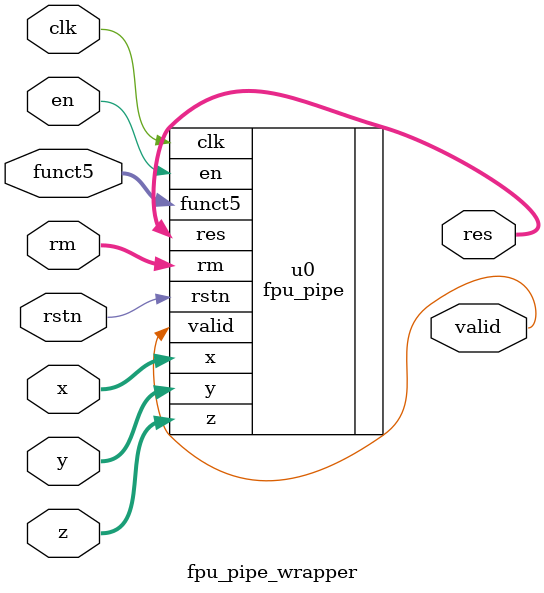
<source format=v>
`default_nettype none

module fpu_pipe_wrapper
    (
        input wire clk,
        input wire rstn,
        input wire en,
        input wire [31:0] x,
        input wire [31:0] y,
        input wire [31:0] z,
        input wire [4:0] funct5,
        input wire [2:0] rm,
        output wire [31:0] res,
        output wire valid
    );

    fpu_pipe u0(
        .clk(clk),
        .rstn(rstn),
        .en(en),
        .x(x),
        .y(y),
        .z(z),
        .funct5(funct5),
        .rm(rm),
        .res(res),
        .valid(valid)
    );

endmodule

`default_nettype wire
</source>
